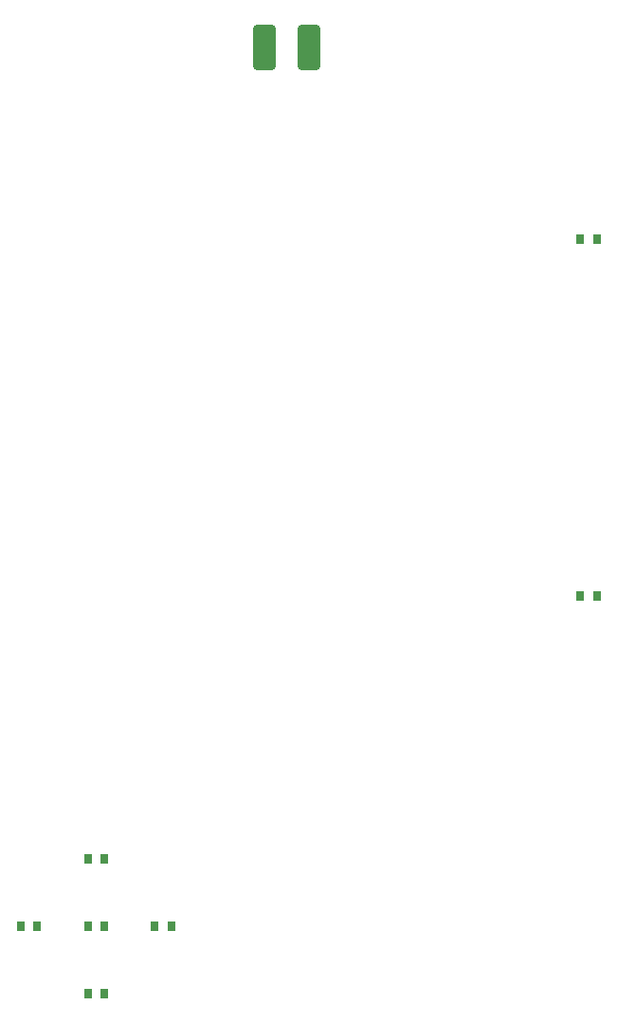
<source format=gbr>
%TF.GenerationSoftware,Altium Limited,Altium Designer,22.10.1 (41)*%
G04 Layer_Color=128*
%FSLAX45Y45*%
%MOMM*%
%TF.SameCoordinates,E44625A2-F068-4864-A6FA-01B12190F87A*%
%TF.FilePolarity,Positive*%
%TF.FileFunction,Paste,Bot*%
%TF.Part,Single*%
G01*
G75*
%TA.AperFunction,SMDPad,CuDef*%
G04:AMPARAMS|DCode=11|XSize=0.7mm|YSize=0.9mm|CornerRadius=0.0875mm|HoleSize=0mm|Usage=FLASHONLY|Rotation=0.000|XOffset=0mm|YOffset=0mm|HoleType=Round|Shape=RoundedRectangle|*
%AMROUNDEDRECTD11*
21,1,0.70000,0.72500,0,0,0.0*
21,1,0.52500,0.90000,0,0,0.0*
1,1,0.17500,0.26250,-0.36250*
1,1,0.17500,-0.26250,-0.36250*
1,1,0.17500,-0.26250,0.36250*
1,1,0.17500,0.26250,0.36250*
%
%ADD11ROUNDEDRECTD11*%
G04:AMPARAMS|DCode=40|XSize=2mm|YSize=4mm|CornerRadius=0.25mm|HoleSize=0mm|Usage=FLASHONLY|Rotation=0.000|XOffset=0mm|YOffset=0mm|HoleType=Round|Shape=RoundedRectangle|*
%AMROUNDEDRECTD40*
21,1,2.00000,3.50000,0,0,0.0*
21,1,1.50000,4.00000,0,0,0.0*
1,1,0.50000,0.75000,-1.75000*
1,1,0.50000,-0.75000,-1.75000*
1,1,0.50000,-0.75000,1.75000*
1,1,0.50000,0.75000,1.75000*
%
%ADD40ROUNDEDRECTD40*%
D11*
X5625000Y4410000D02*
D03*
X5775000D02*
D03*
X5625000Y7590000D02*
D03*
X5775000D02*
D03*
X625000Y1460000D02*
D03*
X775000D02*
D03*
X1825000D02*
D03*
X1975000D02*
D03*
X1225000D02*
D03*
X1375000D02*
D03*
X1225000Y2060000D02*
D03*
X1375000D02*
D03*
X1225000Y860000D02*
D03*
X1375000D02*
D03*
D40*
X2800000Y9300000D02*
D03*
X3200000D02*
D03*
%TF.MD5,70d587b36961ddb0e1d5b7c0920c793c*%
M02*

</source>
